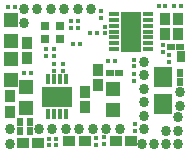
<source format=gbr>
%FSLAX35Y35*%
%MOIN*%
G04 EasyPC Gerber Version 18.0.9 Build 3640 *
%ADD118R,0.01584X0.03356*%
%ADD23R,0.01600X0.01600*%
%ADD120R,0.02400X0.02600*%
%ADD117R,0.03400X0.04100*%
%ADD103R,0.04537X0.04891*%
%ADD116R,0.06100X0.06600*%
%ADD115R,0.06899X0.13592*%
%ADD114R,0.03356X0.01584*%
%ADD21R,0.01600X0.01600*%
%ADD122R,0.02600X0.02000*%
%ADD22R,0.02600X0.02400*%
%ADD25C,0.03400*%
%ADD121R,0.02962X0.02569*%
%ADD98R,0.04100X0.03400*%
%ADD119R,0.09970X0.07096*%
X0Y0D02*
D02*
D21*
X2075Y48556D03*
X4375D03*
X7537Y26350D03*
X9837D03*
X15786Y4587D03*
X15845Y2350D03*
X18086Y4587D03*
X18145Y2350D03*
X23020Y41333D03*
X23069Y43882D03*
X23637Y36050D03*
X25320Y41333D03*
X25369Y43882D03*
X25937Y36050D03*
X29337Y39650D03*
X31637D03*
X35537Y30450D03*
X37837D03*
X52237Y48950D03*
X54537D03*
X57337Y48850D03*
X59637D03*
D02*
D22*
X35897Y26550D03*
X38897D03*
X56367Y35150D03*
X59367D03*
D02*
D23*
X14737Y32150D03*
Y34450D03*
X17537Y27060D03*
Y29360D03*
Y32150D03*
Y34450D03*
X20237Y27050D03*
Y29350D03*
X31437Y2509D03*
Y4809D03*
X32937Y44850D03*
Y47150D03*
X34037Y2670D03*
Y4970D03*
X34237Y39650D03*
Y41950D03*
X44000Y23704D03*
Y26004D03*
X44108Y28664D03*
Y30964D03*
X44537Y7150D03*
Y9450D03*
X53587Y33556D03*
Y35856D03*
X55837Y30150D03*
Y32450D03*
D02*
D25*
X2750Y2750D03*
Y7750D03*
X7250Y43250D03*
Y47750D03*
X11750D03*
X12250Y7750D03*
X16234Y47750D03*
X16750Y7789D03*
X20750Y47750D03*
X21250Y7750D03*
X25280Y47750D03*
X25750Y7750D03*
X29750Y47750D03*
X30250Y7770D03*
X34797D03*
X39250Y7750D03*
X46750Y2750D03*
X47228Y7750D03*
X47248Y30250D03*
X47250Y16750D03*
Y21250D03*
Y25750D03*
X47258Y12250D03*
X50750Y2750D03*
X54750Y2720D03*
Y7250D03*
X58750Y2750D03*
Y7250D03*
X58764Y11750D03*
X59250Y15427D03*
X59295Y20093D03*
D02*
D98*
X7087Y3250D03*
X12187D03*
X22487Y3650D03*
X27587D03*
X37987Y3750D03*
X43087D03*
D02*
D103*
X3157Y24246D03*
Y31246D03*
X3167Y37206D03*
Y44206D03*
X8137Y14850D03*
Y21850D03*
X37037Y14050D03*
Y21050D03*
D02*
D114*
X37530Y34370D03*
Y36339D03*
Y38307D03*
Y40276D03*
Y42244D03*
Y44213D03*
Y46181D03*
X48554Y34370D03*
Y36339D03*
Y38307D03*
Y40276D03*
Y42244D03*
Y44213D03*
Y46181D03*
D02*
D115*
X43042Y40276D03*
D02*
D116*
X53737Y16150D03*
Y25150D03*
D02*
D117*
X2666Y13537D03*
Y18637D03*
X8437Y31339D03*
Y36439D03*
X27819Y15117D03*
Y20217D03*
X31963Y22500D03*
Y27600D03*
X54512Y39400D03*
Y44500D03*
X58837Y39400D03*
Y44500D03*
D02*
D118*
X15478Y12667D03*
Y24478D03*
X17447Y12667D03*
Y24478D03*
X19415Y12667D03*
Y24478D03*
X21384Y12667D03*
Y24478D03*
D02*
D119*
X18431Y18573D03*
D02*
D120*
X6037Y7150D03*
Y10150D03*
X9437Y7150D03*
Y10150D03*
X59237Y23550D03*
Y26550D03*
D02*
D121*
X14431Y37726D03*
Y42056D03*
X19549Y37726D03*
Y42056D03*
D02*
D122*
X59652Y31132D03*
X59681Y32953D03*
X0Y0D02*
M02*

</source>
